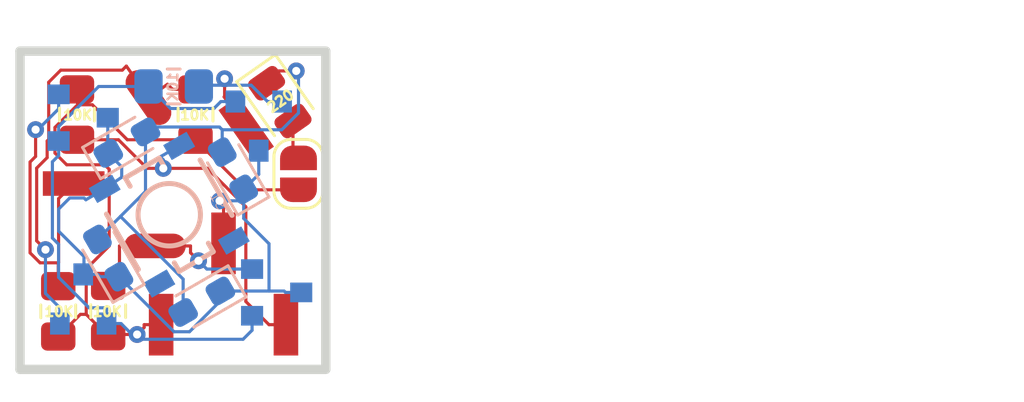
<source format=kicad_pcb>
(kicad_pcb (version 20171130) (host pcbnew "(5.1.0-45-gff73f69d3)")

  (general
    (thickness 1.6002)
    (drawings 11)
    (tracks 163)
    (zones 0)
    (modules 20)
    (nets 10)
  )

  (page A3)
  (layers
    (0 Front signal)
    (31 Back signal)
    (32 B.Adhes user)
    (33 F.Adhes user)
    (34 B.Paste user)
    (35 F.Paste user)
    (36 B.SilkS user)
    (37 F.SilkS user)
    (38 B.Mask user)
    (39 F.Mask user)
    (40 Dwgs.User user)
    (41 Cmts.User user)
    (42 Eco1.User user)
    (43 Eco2.User user)
    (44 Edge.Cuts user)
    (45 Margin user)
    (46 B.CrtYd user)
    (47 F.CrtYd user)
    (48 B.Fab user)
    (49 F.Fab user)
  )

  (setup
    (last_trace_width 0.127)
    (trace_clearance 0.127)
    (zone_clearance 0.508)
    (zone_45_only no)
    (trace_min 0)
    (via_size 0.6858)
    (via_drill 0.3302)
    (via_min_size 0.45)
    (via_min_drill 0.254)
    (uvia_size 0.6858)
    (uvia_drill 0.3302)
    (uvias_allowed no)
    (uvia_min_size 0.508)
    (uvia_min_drill 0.127)
    (edge_width 0.381)
    (segment_width 0.3048)
    (pcb_text_width 0.3048)
    (pcb_text_size 1.524 2.032)
    (mod_edge_width 0.6096)
    (mod_text_size 1.524 1.524)
    (mod_text_width 0.3048)
    (pad_size 1.15 1.4)
    (pad_drill 0)
    (pad_to_mask_clearance 0.0508)
    (solder_mask_min_width 0.25)
    (aux_axis_origin 0 0)
    (visible_elements 7FFFFF7F)
    (pcbplotparams
      (layerselection 0x010f0_ffffffff)
      (usegerberextensions false)
      (usegerberattributes true)
      (usegerberadvancedattributes false)
      (creategerberjobfile false)
      (excludeedgelayer false)
      (linewidth 0.150000)
      (plotframeref false)
      (viasonmask false)
      (mode 1)
      (useauxorigin false)
      (hpglpennumber 1)
      (hpglpenspeed 20)
      (hpglpendiameter 100.000000)
      (psnegative false)
      (psa4output false)
      (plotreference true)
      (plotvalue true)
      (plotinvisibletext false)
      (padsonsilk false)
      (subtractmaskfromsilk false)
      (outputformat 1)
      (mirror false)
      (drillshape 0)
      (scaleselection 1)
      (outputdirectory "/home/germ/Desktop/Cuts/TB/"))
  )

  (net 0 "")
  (net 1 GND)
  (net 2 VCC)
  (net 3 /M2)
  (net 4 /M1)
  (net 5 /M3)
  (net 6 /M4)
  (net 7 /M5)
  (net 8 "Net-(D23-Pad2)")
  (net 9 "Net-(JP1-Pad2)")

  (net_class Default "This is the default net class."
    (clearance 0.127)
    (trace_width 0.127)
    (via_dia 0.6858)
    (via_drill 0.3302)
    (uvia_dia 0.6858)
    (uvia_drill 0.3302)
    (diff_pair_width 0.3048)
    (diff_pair_gap 0.0889)
    (add_net /M1)
    (add_net /M2)
    (add_net /M3)
    (add_net /M4)
    (add_net /M5)
    (add_net GND)
    (add_net "Net-(D23-Pad2)")
    (add_net "Net-(JP1-Pad2)")
    (add_net VCC)
  )

  (module Package_TO_SOT_SMD:SOT-23 (layer Back) (tedit 5C0C958E) (tstamp 5C05E53F)
    (at 23.655 23.0293)
    (descr "SOT-23, Standard")
    (tags SOT-23)
    (path /5C029332)
    (attr smd)
    (fp_text reference U5 (at 0 2.5) (layer F.Fab)
      (effects (font (size 1 1) (thickness 0.15)))
    )
    (fp_text value SM351LT (at 0 -2.5) (layer B.Fab)
      (effects (font (size 1 1) (thickness 0.15)) (justify mirror))
    )
    (fp_text user %R (at 0 0 -90) (layer B.Fab)
      (effects (font (size 0.5 0.5) (thickness 0.075)) (justify mirror))
    )
    (fp_line (start -0.7 0.95) (end -0.7 -1.5) (layer B.Fab) (width 0.1))
    (fp_line (start -0.15 1.52) (end 0.7 1.52) (layer B.Fab) (width 0.1))
    (fp_line (start -0.7 0.95) (end -0.15 1.52) (layer B.Fab) (width 0.1))
    (fp_line (start 0.7 1.52) (end 0.7 -1.52) (layer B.Fab) (width 0.1))
    (fp_line (start -0.7 -1.52) (end 0.7 -1.52) (layer B.Fab) (width 0.1))
    (fp_line (start -1.7 1.75) (end 1.7 1.75) (layer B.CrtYd) (width 0.05))
    (fp_line (start 1.7 1.75) (end 1.7 -1.75) (layer B.CrtYd) (width 0.05))
    (fp_line (start 1.7 -1.75) (end -1.7 -1.75) (layer B.CrtYd) (width 0.05))
    (fp_line (start -1.7 -1.75) (end -1.7 1.75) (layer B.CrtYd) (width 0.05))
    (pad 1 smd rect (at -1 0.95) (size 0.9 0.8) (layers Back B.Paste B.Mask)
      (net 2 VCC))
    (pad 2 smd rect (at -1 -0.95) (size 0.9 0.8) (layers Back B.Paste B.Mask)
      (net 5 /M3))
    (pad 3 smd rect (at 1 0) (size 0.9 0.8) (layers Back B.Paste B.Mask)
      (net 1 GND))
    (model ${KISYS3DMOD}/Package_TO_SOT_SMD.3dshapes/SOT-23.wrl
      (at (xyz 0 0 0))
      (scale (xyz 1 1 1))
      (rotate (xyz 0 0 0))
    )
  )

  (module Package_TO_SOT_SMD:SOT-23 (layer Back) (tedit 5C0C958E) (tstamp 5C05E503)
    (at 22.926 16.2603 270)
    (descr "SOT-23, Standard")
    (tags SOT-23)
    (path /5BFFD741)
    (attr smd)
    (fp_text reference U3 (at 0 2.5 270) (layer F.Fab)
      (effects (font (size 1 1) (thickness 0.15)))
    )
    (fp_text value SM351LT (at 0 -2.5 270) (layer B.Fab)
      (effects (font (size 1 1) (thickness 0.15)) (justify mirror))
    )
    (fp_text user %R (at 0 0 180) (layer B.Fab)
      (effects (font (size 0.5 0.5) (thickness 0.075)) (justify mirror))
    )
    (fp_line (start -0.7 0.95) (end -0.7 -1.5) (layer B.Fab) (width 0.1))
    (fp_line (start -0.15 1.52) (end 0.7 1.52) (layer B.Fab) (width 0.1))
    (fp_line (start -0.7 0.95) (end -0.15 1.52) (layer B.Fab) (width 0.1))
    (fp_line (start 0.7 1.52) (end 0.7 -1.52) (layer B.Fab) (width 0.1))
    (fp_line (start -0.7 -1.52) (end 0.7 -1.52) (layer B.Fab) (width 0.1))
    (fp_line (start -1.7 1.75) (end 1.7 1.75) (layer B.CrtYd) (width 0.05))
    (fp_line (start 1.7 1.75) (end 1.7 -1.75) (layer B.CrtYd) (width 0.05))
    (fp_line (start 1.7 -1.75) (end -1.7 -1.75) (layer B.CrtYd) (width 0.05))
    (fp_line (start -1.7 -1.75) (end -1.7 1.75) (layer B.CrtYd) (width 0.05))
    (pad 1 smd rect (at -1 0.95 270) (size 0.9 0.8) (layers Back B.Paste B.Mask)
      (net 2 VCC))
    (pad 2 smd rect (at -1 -0.95 270) (size 0.9 0.8) (layers Back B.Paste B.Mask)
      (net 4 /M1))
    (pad 3 smd rect (at 1 0 270) (size 0.9 0.8) (layers Back B.Paste B.Mask)
      (net 1 GND))
    (model ${KISYS3DMOD}/Package_TO_SOT_SMD.3dshapes/SOT-23.wrl
      (at (xyz 0 0 0))
      (scale (xyz 1 1 1))
      (rotate (xyz 0 0 0))
    )
  )

  (module Trackballer-v12:TACTILE_SWITCH_SMD-2 (layer Back) (tedit 0) (tstamp 5C05E4BF)
    (at 19.283 19.8673 120)
    (path /76EF8282)
    (fp_text reference S1 (at -0.889 1.778 -60) (layer B.SilkS)
      (effects (font (size 0.38608 0.38608) (thickness 0.030886)) (justify left bottom mirror))
    )
    (fp_text value TB_Button (at 0 0 -60) (layer B.SilkS) hide
      (effects (font (size 0.38608 0.38608) (thickness 0.030886)) (justify left bottom mirror))
    )
    (fp_text user >Value (at -0.889 -2.032 120) (layer B.Fab)
      (effects (font (size 0.38608 0.38608) (thickness 0.032512)) (justify left bottom mirror))
    )
    (fp_circle (center 0 0) (end 1.270001 0) (layer B.SilkS) (width 0.2032))
    (fp_line (start -1.8 -0.8) (end -2.199999 -0.8) (layer B.SilkS) (width 0.2032))
    (fp_line (start -1.8 0.8) (end -2.199999 0.8) (layer B.SilkS) (width 0.2032))
    (fp_line (start 2.199999 -0.8) (end 1.8 -0.8) (layer B.SilkS) (width 0.2032))
    (fp_line (start 2.199999 0.8) (end 1.8 0.8) (layer B.SilkS) (width 0.2032))
    (fp_line (start -1.3 -2.2) (end 1.3 -2.2) (layer B.SilkS) (width 0.2032))
    (fp_line (start 2.199999 -0.8) (end 2.199999 0.8) (layer B.SilkS) (width 0.2032))
    (fp_line (start 1.3 2.2) (end -1.3 2.2) (layer B.SilkS) (width 0.2032))
    (fp_line (start -2.199999 0.8) (end -2.199999 -0.8) (layer B.SilkS) (width 0.2032))
    (fp_line (start -2.25 -2.25) (end -2.25 2.25) (layer B.Fab) (width 0.127))
    (fp_line (start 2.25 -2.25) (end -2.25 -2.25) (layer B.Fab) (width 0.127))
    (fp_line (start 2.25 2.25) (end 2.25 -2.25) (layer B.Fab) (width 0.127))
    (fp_line (start -2.25 2.25) (end 2.25 2.25) (layer B.Fab) (width 0.127))
    (fp_line (start 1.905 -0.23) (end 1.904999 -1.115) (layer B.Fab) (width 0.127))
    (fp_line (start 1.905 0.445) (end 2.16 -0.01) (layer B.Fab) (width 0.127))
    (fp_line (start 1.905 1.27) (end 1.905 0.445) (layer B.Fab) (width 0.127))
    (pad 4 smd rect (at -2.225 1.749999 30) (size 1.1 0.7) (layers Back B.Paste B.Mask)
      (solder_mask_margin 0.1016))
    (pad 3 smd rect (at -2.225 -1.749999 30) (size 1.1 0.7) (layers Back B.Paste B.Mask)
      (solder_mask_margin 0.1016))
    (pad 2 smd rect (at 2.225 -1.749999 30) (size 1.1 0.7) (layers Back B.Paste B.Mask)
      (net 1 GND) (solder_mask_margin 0.1016))
    (pad 1 smd rect (at 2.225 1.749999 30) (size 1.1 0.7) (layers Back B.Paste B.Mask)
      (net 7 /M5) (solder_mask_margin 0.1016))
  )

  (module Package_TO_SOT_SMD:SOT-23 (layer Back) (tedit 5C0C958E) (tstamp 5C05E47F)
    (at 15.781 15.9173)
    (descr "SOT-23, Standard")
    (tags SOT-23)
    (path /5C029500)
    (attr smd)
    (fp_text reference U6 (at 0 2.5) (layer F.Fab)
      (effects (font (size 1 1) (thickness 0.15)))
    )
    (fp_text value SM351LT (at 0 -2.5) (layer B.Fab)
      (effects (font (size 1 1) (thickness 0.15)) (justify mirror))
    )
    (fp_text user %R (at 0 0 -90) (layer B.Fab)
      (effects (font (size 0.5 0.5) (thickness 0.075)) (justify mirror))
    )
    (fp_line (start -0.7 0.95) (end -0.7 -1.5) (layer B.Fab) (width 0.1))
    (fp_line (start -0.15 1.52) (end 0.7 1.52) (layer B.Fab) (width 0.1))
    (fp_line (start -0.7 0.95) (end -0.15 1.52) (layer B.Fab) (width 0.1))
    (fp_line (start 0.7 1.52) (end 0.7 -1.52) (layer B.Fab) (width 0.1))
    (fp_line (start -0.7 -1.52) (end 0.7 -1.52) (layer B.Fab) (width 0.1))
    (fp_line (start -1.7 1.75) (end 1.7 1.75) (layer B.CrtYd) (width 0.05))
    (fp_line (start 1.7 1.75) (end 1.7 -1.75) (layer B.CrtYd) (width 0.05))
    (fp_line (start 1.7 -1.75) (end -1.7 -1.75) (layer B.CrtYd) (width 0.05))
    (fp_line (start -1.7 -1.75) (end -1.7 1.75) (layer B.CrtYd) (width 0.05))
    (pad 1 smd rect (at -1 0.95) (size 0.9 0.8) (layers Back B.Paste B.Mask)
      (net 2 VCC))
    (pad 2 smd rect (at -1 -0.95) (size 0.9 0.8) (layers Back B.Paste B.Mask)
      (net 6 /M4))
    (pad 3 smd rect (at 1 0) (size 0.9 0.8) (layers Back B.Paste B.Mask)
      (net 1 GND))
    (model ${KISYS3DMOD}/Package_TO_SOT_SMD.3dshapes/SOT-23.wrl
      (at (xyz 0 0 0))
      (scale (xyz 1 1 1))
      (rotate (xyz 0 0 0))
    )
  )

  (module Package_TO_SOT_SMD:SOT-23 (layer Back) (tedit 5C0C958E) (tstamp 5C05E443)
    (at 15.781 23.2963 90)
    (descr "SOT-23, Standard")
    (tags SOT-23)
    (path /5C0290F9)
    (attr smd)
    (fp_text reference U4 (at 0 2.5 90) (layer F.Fab)
      (effects (font (size 1 1) (thickness 0.15)))
    )
    (fp_text value SM351LT (at 0 -2.5 90) (layer B.Fab)
      (effects (font (size 1 1) (thickness 0.15)) (justify mirror))
    )
    (fp_text user %R (at 0 0) (layer B.Fab)
      (effects (font (size 0.5 0.5) (thickness 0.075)) (justify mirror))
    )
    (fp_line (start -0.7 0.95) (end -0.7 -1.5) (layer B.Fab) (width 0.1))
    (fp_line (start -0.15 1.52) (end 0.7 1.52) (layer B.Fab) (width 0.1))
    (fp_line (start -0.7 0.95) (end -0.15 1.52) (layer B.Fab) (width 0.1))
    (fp_line (start 0.7 1.52) (end 0.7 -1.52) (layer B.Fab) (width 0.1))
    (fp_line (start -0.7 -1.52) (end 0.7 -1.52) (layer B.Fab) (width 0.1))
    (fp_line (start -1.7 1.75) (end 1.7 1.75) (layer B.CrtYd) (width 0.05))
    (fp_line (start 1.7 1.75) (end 1.7 -1.75) (layer B.CrtYd) (width 0.05))
    (fp_line (start 1.7 -1.75) (end -1.7 -1.75) (layer B.CrtYd) (width 0.05))
    (fp_line (start -1.7 -1.75) (end -1.7 1.75) (layer B.CrtYd) (width 0.05))
    (pad 1 smd rect (at -1 0.95 90) (size 0.9 0.8) (layers Back B.Paste B.Mask)
      (net 2 VCC))
    (pad 2 smd rect (at -1 -0.95 90) (size 0.9 0.8) (layers Back B.Paste B.Mask)
      (net 3 /M2))
    (pad 3 smd rect (at 1 0 90) (size 0.9 0.8) (layers Back B.Paste B.Mask)
      (net 1 GND))
    (model ${KISYS3DMOD}/Package_TO_SOT_SMD.3dshapes/SOT-23.wrl
      (at (xyz 0 0 0))
      (scale (xyz 1 1 1))
      (rotate (xyz 0 0 0))
    )
  )

  (module Resistor_SMD:R_0805_2012Metric_Pad1.15x1.40mm_HandSolder (layer Front) (tedit 5C0C993E) (tstamp 5C05E40F)
    (at 16.797 23.7913 90)
    (descr "Resistor SMD 0805 (2012 Metric), square (rectangular) end terminal, IPC_7351 nominal with elongated pad for handsoldering. (Body size source: https://docs.google.com/spreadsheets/d/1BsfQQcO9C6DZCsRaXUlFlo91Tg2WpOkGARC1WS5S8t0/edit?usp=sharing), generated with kicad-footprint-generator")
    (tags "resistor handsolder")
    (path /19B1DFB6)
    (attr smd)
    (fp_text reference R6 (at 0.0508 1.5498 90) (layer F.Fab)
      (effects (font (size 1 1) (thickness 0.15)))
    )
    (fp_text value 10K (at 0 1.65 90) (layer F.Fab)
      (effects (font (size 1 1) (thickness 0.15)))
    )
    (fp_text user %R (at 0 0 90) (layer F.Fab)
      (effects (font (size 0.5 0.5) (thickness 0.08)))
    )
    (fp_line (start 1.85 0.95) (end -1.85 0.95) (layer F.CrtYd) (width 0.05))
    (fp_line (start 1.85 -0.95) (end 1.85 0.95) (layer F.CrtYd) (width 0.05))
    (fp_line (start -1.85 -0.95) (end 1.85 -0.95) (layer F.CrtYd) (width 0.05))
    (fp_line (start -1.85 0.95) (end -1.85 -0.95) (layer F.CrtYd) (width 0.05))
    (fp_line (start -0.261252 0.71) (end 0.261252 0.71) (layer F.SilkS) (width 0.12))
    (fp_line (start -0.261252 -0.71) (end 0.261252 -0.71) (layer F.SilkS) (width 0.12))
    (fp_line (start 1 0.6) (end -1 0.6) (layer F.Fab) (width 0.1))
    (fp_line (start 1 -0.6) (end 1 0.6) (layer F.Fab) (width 0.1))
    (fp_line (start -1 -0.6) (end 1 -0.6) (layer F.Fab) (width 0.1))
    (fp_line (start -1 0.6) (end -1 -0.6) (layer F.Fab) (width 0.1))
    (pad 2 smd roundrect (at 1.025 0 90) (size 1.15 1.4) (layers Front F.Paste F.Mask) (roundrect_rratio 0.217391)
      (net 5 /M3))
    (pad 1 smd roundrect (at -1.025 0 90) (size 1.15 1.4) (layers Front F.Paste F.Mask) (roundrect_rratio 0.217391)
      (net 2 VCC))
    (model ${KISYS3DMOD}/Resistor_SMD.3dshapes/R_0805_2012Metric.wrl
      (at (xyz 0 0 0))
      (scale (xyz 1 1 1))
      (rotate (xyz 0 0 0))
    )
  )

  (module Resistor_SMD:R_0805_2012Metric_Pad1.15x1.40mm_HandSolder (layer Front) (tedit 5C0C9943) (tstamp 5C18AEAB)
    (at 14.765 23.8003 90)
    (descr "Resistor SMD 0805 (2012 Metric), square (rectangular) end terminal, IPC_7351 nominal with elongated pad for handsoldering. (Body size source: https://docs.google.com/spreadsheets/d/1BsfQQcO9C6DZCsRaXUlFlo91Tg2WpOkGARC1WS5S8t0/edit?usp=sharing), generated with kicad-footprint-generator")
    (tags "resistor handsolder")
    (path /A5A3E2D7)
    (attr smd)
    (fp_text reference R7 (at -2.5906 0.1524 270) (layer F.Fab)
      (effects (font (size 1 1) (thickness 0.15)))
    )
    (fp_text value 10K (at 0 1.65 90) (layer F.Fab)
      (effects (font (size 1 1) (thickness 0.15)))
    )
    (fp_text user %R (at 0 0 90) (layer F.Fab)
      (effects (font (size 0.5 0.5) (thickness 0.08)))
    )
    (fp_line (start 1.85 0.95) (end -1.85 0.95) (layer F.CrtYd) (width 0.05))
    (fp_line (start 1.85 -0.95) (end 1.85 0.95) (layer F.CrtYd) (width 0.05))
    (fp_line (start -1.85 -0.95) (end 1.85 -0.95) (layer F.CrtYd) (width 0.05))
    (fp_line (start -1.85 0.95) (end -1.85 -0.95) (layer F.CrtYd) (width 0.05))
    (fp_line (start -0.261252 0.71) (end 0.261252 0.71) (layer F.SilkS) (width 0.12))
    (fp_line (start -0.261252 -0.71) (end 0.261252 -0.71) (layer F.SilkS) (width 0.12))
    (fp_line (start 1 0.6) (end -1 0.6) (layer F.Fab) (width 0.1))
    (fp_line (start 1 -0.6) (end 1 0.6) (layer F.Fab) (width 0.1))
    (fp_line (start -1 -0.6) (end 1 -0.6) (layer F.Fab) (width 0.1))
    (fp_line (start -1 0.6) (end -1 -0.6) (layer F.Fab) (width 0.1))
    (pad 2 smd roundrect (at 1.025 0 90) (size 1.15 1.4) (layers Front F.Paste F.Mask) (roundrect_rratio 0.217391)
      (net 6 /M4))
    (pad 1 smd roundrect (at -1.025 0 90) (size 1.15 1.4) (layers Front F.Paste F.Mask) (roundrect_rratio 0.217391)
      (net 2 VCC))
    (model ${KISYS3DMOD}/Resistor_SMD.3dshapes/R_0805_2012Metric.wrl
      (at (xyz 0 0 0))
      (scale (xyz 1 1 1))
      (rotate (xyz 0 0 0))
    )
  )

  (module Connector_PinHeader_2.54mm:PinHeader_1x03_P2.54mm_Vertical_SMD_Pin1Left locked (layer Front) (tedit 5C0C996E) (tstamp 5C05E39D)
    (at 21.493 22.6873 90)
    (descr "surface-mounted straight pin header, 1x03, 2.54mm pitch, single row, style 1 (pin 1 left)")
    (tags "Surface mounted pin header SMD 1x03 2.54mm single row style1 pin1 left")
    (path /5C3EDA03)
    (attr smd)
    (fp_text reference J7 (at 0 -4.87 90) (layer F.Fab)
      (effects (font (size 1 1) (thickness 0.15)))
    )
    (fp_text value M5 (at 0 4.87 90) (layer F.Fab)
      (effects (font (size 1 1) (thickness 0.15)))
    )
    (fp_line (start 1.27 3.81) (end -1.27 3.81) (layer F.Fab) (width 0.1))
    (fp_line (start -0.32 -3.81) (end 1.27 -3.81) (layer F.Fab) (width 0.1))
    (fp_line (start -1.27 3.81) (end -1.27 -2.86) (layer F.Fab) (width 0.1))
    (fp_line (start -1.27 -2.86) (end -0.32 -3.81) (layer F.Fab) (width 0.1))
    (fp_line (start 1.27 -3.81) (end 1.27 3.81) (layer F.Fab) (width 0.1))
    (fp_line (start -1.27 -2.86) (end -2.54 -2.86) (layer F.Fab) (width 0.1))
    (fp_line (start -2.54 -2.86) (end -2.54 -2.22) (layer F.Fab) (width 0.1))
    (fp_line (start -2.54 -2.22) (end -1.27 -2.22) (layer F.Fab) (width 0.1))
    (fp_line (start -1.27 2.22) (end -2.54 2.22) (layer F.Fab) (width 0.1))
    (fp_line (start -2.54 2.22) (end -2.54 2.86) (layer F.Fab) (width 0.1))
    (fp_line (start -2.54 2.86) (end -1.27 2.86) (layer F.Fab) (width 0.1))
    (fp_line (start 1.27 -0.32) (end 2.54 -0.32) (layer F.Fab) (width 0.1))
    (fp_line (start 2.54 -0.32) (end 2.54 0.32) (layer F.Fab) (width 0.1))
    (fp_line (start 2.54 0.32) (end 1.27 0.32) (layer F.Fab) (width 0.1))
    (fp_line (start -3.45 -4.35) (end -3.45 4.35) (layer F.CrtYd) (width 0.05))
    (fp_line (start -3.45 4.35) (end 3.45 4.35) (layer F.CrtYd) (width 0.05))
    (fp_line (start 3.45 4.35) (end 3.45 -4.35) (layer F.CrtYd) (width 0.05))
    (fp_line (start 3.45 -4.35) (end -3.45 -4.35) (layer F.CrtYd) (width 0.05))
    (fp_text user %R (at 0 0 180) (layer F.Fab)
      (effects (font (size 1 1) (thickness 0.15)))
    )
    (pad 1 smd rect (at -1.655 -2.54 90) (size 2.51 1) (layers Front F.Paste F.Mask)
      (net 2 VCC))
    (pad 3 smd rect (at -1.655 2.54 90) (size 2.51 1) (layers Front F.Paste F.Mask)
      (net 7 /M5))
    (pad 2 smd rect (at 1.655 0 90) (size 2.51 1) (layers Front F.Paste F.Mask)
      (net 1 GND))
    (model ${KISYS3DMOD}/Connector_PinHeader_2.54mm.3dshapes/PinHeader_1x03_P2.54mm_Vertical_SMD_Pin1Left.wrl
      (at (xyz 0 0 0))
      (scale (xyz 1 1 1))
      (rotate (xyz 0 0 0))
    )
  )

  (module Resistor_SMD:R_0805_2012Metric_Pad1.15x1.40mm_HandSolder (layer Front) (tedit 5C0C9D87) (tstamp 5C05E364)
    (at 20.353 15.7903 90)
    (descr "Resistor SMD 0805 (2012 Metric), square (rectangular) end terminal, IPC_7351 nominal with elongated pad for handsoldering. (Body size source: https://docs.google.com/spreadsheets/d/1BsfQQcO9C6DZCsRaXUlFlo91Tg2WpOkGARC1WS5S8t0/edit?usp=sharing), generated with kicad-footprint-generator")
    (tags "resistor handsolder")
    (path /2899DE41)
    (attr smd)
    (fp_text reference R4 (at 2.616 0.229 90) (layer F.Fab)
      (effects (font (size 1 1) (thickness 0.15)))
    )
    (fp_text value 10K (at 0 1.65 90) (layer F.Fab)
      (effects (font (size 1 1) (thickness 0.15)))
    )
    (fp_text user %R (at 0 0 90) (layer F.Fab)
      (effects (font (size 0.5 0.5) (thickness 0.08)))
    )
    (fp_line (start 1.85 0.95) (end -1.85 0.95) (layer F.CrtYd) (width 0.05))
    (fp_line (start 1.85 -0.95) (end 1.85 0.95) (layer F.CrtYd) (width 0.05))
    (fp_line (start -1.85 -0.95) (end 1.85 -0.95) (layer F.CrtYd) (width 0.05))
    (fp_line (start -1.85 0.95) (end -1.85 -0.95) (layer F.CrtYd) (width 0.05))
    (fp_line (start -0.261252 0.71) (end 0.261252 0.71) (layer F.SilkS) (width 0.12))
    (fp_line (start -0.261252 -0.71) (end 0.261252 -0.71) (layer F.SilkS) (width 0.12))
    (fp_line (start 1 0.6) (end -1 0.6) (layer F.Fab) (width 0.1))
    (fp_line (start 1 -0.6) (end 1 0.6) (layer F.Fab) (width 0.1))
    (fp_line (start -1 -0.6) (end 1 -0.6) (layer F.Fab) (width 0.1))
    (fp_line (start -1 0.6) (end -1 -0.6) (layer F.Fab) (width 0.1))
    (pad 2 smd roundrect (at 1.025 0 90) (size 1.15 1.4) (layers Front F.Paste F.Mask) (roundrect_rratio 0.217391)
      (net 3 /M2))
    (pad 1 smd roundrect (at -1.025 0 90) (size 1.15 1.4) (layers Front F.Paste F.Mask) (roundrect_rratio 0.217391)
      (net 2 VCC))
    (model ${KISYS3DMOD}/Resistor_SMD.3dshapes/R_0805_2012Metric.wrl
      (at (xyz 0 0 0))
      (scale (xyz 1 1 1))
      (rotate (xyz 0 0 0))
    )
  )

  (module Connector_PinHeader_2.54mm:PinHeader_1x02_P2.54mm_Vertical_SMD_Pin1Left locked (layer Front) (tedit 5C0B6125) (tstamp 5C05E32A)
    (at 17.048 19.8673)
    (descr "surface-mounted straight pin header, 1x02, 2.54mm pitch, single row, style 1 (pin 1 left)")
    (tags "Surface mounted pin header SMD 1x02 2.54mm single row style1 pin1 left")
    (path /5C3EDD24)
    (attr smd)
    (fp_text reference J9 (at 0 -3.6) (layer F.Fab)
      (effects (font (size 1 1) (thickness 0.15)))
    )
    (fp_text value M6 (at 0 3.6) (layer F.Fab)
      (effects (font (size 1 1) (thickness 0.15)))
    )
    (fp_line (start 1.27 2.54) (end -1.27 2.54) (layer F.Fab) (width 0.1))
    (fp_line (start -0.32 -2.54) (end 1.27 -2.54) (layer F.Fab) (width 0.1))
    (fp_line (start -1.27 2.54) (end -1.27 -1.59) (layer F.Fab) (width 0.1))
    (fp_line (start -1.27 -1.59) (end -0.32 -2.54) (layer F.Fab) (width 0.1))
    (fp_line (start 1.27 -2.54) (end 1.27 2.54) (layer F.Fab) (width 0.1))
    (fp_line (start -1.27 -1.59) (end -2.54 -1.59) (layer F.Fab) (width 0.1))
    (fp_line (start -2.54 -1.59) (end -2.54 -0.95) (layer F.Fab) (width 0.1))
    (fp_line (start -2.54 -0.95) (end -1.27 -0.95) (layer F.Fab) (width 0.1))
    (fp_line (start 1.27 0.95) (end 2.54 0.95) (layer F.Fab) (width 0.1))
    (fp_line (start 2.54 0.95) (end 2.54 1.59) (layer F.Fab) (width 0.1))
    (fp_line (start 2.54 1.59) (end 1.27 1.59) (layer F.Fab) (width 0.1))
    (fp_line (start -3.45 -3.05) (end -3.45 3.05) (layer F.CrtYd) (width 0.05))
    (fp_line (start -3.45 3.05) (end 3.45 3.05) (layer F.CrtYd) (width 0.05))
    (fp_line (start 3.45 3.05) (end 3.45 -3.05) (layer F.CrtYd) (width 0.05))
    (fp_line (start 3.45 -3.05) (end -3.45 -3.05) (layer F.CrtYd) (width 0.05))
    (fp_text user %R (at 0 0 90) (layer F.Fab)
      (effects (font (size 1 1) (thickness 0.15)))
    )
    (pad 1 smd rect (at -1.655 -1.27) (size 2.51 1) (layers Front F.Paste F.Mask)
      (net 6 /M4))
    (pad 2 smd roundrect (at 1.655 1.27) (size 2.51 1) (layers Front F.Paste F.Mask) (roundrect_rratio 0.5)
      (net 5 /M3))
    (model ${KISYS3DMOD}/Connector_PinHeader_2.54mm.3dshapes/PinHeader_1x02_P2.54mm_Vertical_SMD_Pin1Left.wrl
      (at (xyz 0 0 0))
      (scale (xyz 1 1 1))
      (rotate (xyz 0 0 0))
    )
  )

  (module Resistor_SMD:R_0805_2012Metric_Pad1.15x1.40mm_HandSolder (layer Back) (tedit 5C0C95BD) (tstamp 5C05E2F5)
    (at 19.464 14.6473)
    (descr "Resistor SMD 0805 (2012 Metric), square (rectangular) end terminal, IPC_7351 nominal with elongated pad for handsoldering. (Body size source: https://docs.google.com/spreadsheets/d/1BsfQQcO9C6DZCsRaXUlFlo91Tg2WpOkGARC1WS5S8t0/edit?usp=sharing), generated with kicad-footprint-generator")
    (tags "resistor handsolder")
    (path /71EC6747)
    (attr smd)
    (fp_text reference R3 (at -0.0258 1.2696 180) (layer F.Fab)
      (effects (font (size 1 1) (thickness 0.15)))
    )
    (fp_text value 10K (at 0 -1.65) (layer B.Fab)
      (effects (font (size 1 1) (thickness 0.15)) (justify mirror))
    )
    (fp_text user %R (at 0 0) (layer B.Fab)
      (effects (font (size 0.5 0.5) (thickness 0.08)) (justify mirror))
    )
    (fp_line (start 1.85 -0.95) (end -1.85 -0.95) (layer B.CrtYd) (width 0.05))
    (fp_line (start 1.85 0.95) (end 1.85 -0.95) (layer B.CrtYd) (width 0.05))
    (fp_line (start -1.85 0.95) (end 1.85 0.95) (layer B.CrtYd) (width 0.05))
    (fp_line (start -1.85 -0.95) (end -1.85 0.95) (layer B.CrtYd) (width 0.05))
    (fp_line (start -0.261252 -0.71) (end 0.261252 -0.71) (layer B.SilkS) (width 0.12))
    (fp_line (start -0.261252 0.71) (end 0.261252 0.71) (layer B.SilkS) (width 0.12))
    (fp_line (start 1 -0.6) (end -1 -0.6) (layer B.Fab) (width 0.1))
    (fp_line (start 1 0.6) (end 1 -0.6) (layer B.Fab) (width 0.1))
    (fp_line (start -1 0.6) (end 1 0.6) (layer B.Fab) (width 0.1))
    (fp_line (start -1 -0.6) (end -1 0.6) (layer B.Fab) (width 0.1))
    (pad 2 smd roundrect (at 1.025 0) (size 1.15 1.4) (layers Back B.Paste B.Mask) (roundrect_rratio 0.217391)
      (net 4 /M1))
    (pad 1 smd roundrect (at -1.025 0) (size 1.15 1.4) (layers Back B.Paste B.Mask) (roundrect_rratio 0.217391)
      (net 2 VCC))
    (model ${KISYS3DMOD}/Resistor_SMD.3dshapes/R_0805_2012Metric.wrl
      (at (xyz 0 0 0))
      (scale (xyz 1 1 1))
      (rotate (xyz 0 0 0))
    )
  )

  (module Trackballer-v12:TRACKBALL (layer Back) (tedit 0) (tstamp 5C05E251)
    (at 19.473 19.8933 180)
    (path /1FB5D5CC)
    (fp_text reference TB1 (at 0 0 180) (layer B.SilkS) hide
      (effects (font (size 1.27 1.27) (thickness 0.15)) (justify mirror))
    )
    (fp_text value TRACKBALLMECH (at 0 0 180) (layer B.SilkS) hide
      (effects (font (size 1.27 1.27) (thickness 0.15)) (justify mirror))
    )
    (fp_poly (pts (xy 2.5 2) (xy 4.5 2) (xy 4.5 4.5) (xy 2.5 4.5)) (layer Dwgs.User) (width 0))
    (fp_poly (pts (xy -4.5 2.5) (xy -2 2.5) (xy -2 4.5) (xy -4.5 4.5)) (layer Dwgs.User) (width 0))
    (fp_poly (pts (xy -4.5 -4.5) (xy -2.5 -4.5) (xy -2.5 -2) (xy -4.5 -2)) (layer Dwgs.User) (width 0))
    (fp_poly (pts (xy 2 -4.5) (xy 4.5 -4.5) (xy 4.5 -2.5) (xy 2 -2.5)) (layer Dwgs.User) (width 0))
    (fp_poly (pts (xy -1.5 -4.4) (xy 1.5 -4.4) (xy 1.5 -3) (xy -1.5 -3)) (layer Dwgs.User) (width 0))
    (fp_poly (pts (xy 3.3 -1.5) (xy 4.7 -1.5) (xy 4.7 1.5) (xy 3.3 1.5)) (layer Dwgs.User) (width 0))
    (fp_poly (pts (xy -1.5 3) (xy 1.5 3) (xy 1.5 4.4) (xy -1.5 4.4)) (layer Dwgs.User) (width 0))
    (fp_poly (pts (xy -4.7 -1.5) (xy -3.3 -1.5) (xy -3.3 1.5) (xy -4.7 1.5)) (layer Dwgs.User) (width 0))
    (fp_circle (center 0 0) (end 1.5 0) (layer B.Fab) (width 0.127))
    (fp_line (start -1.5 -4.4) (end -1.5 -3) (layer Dwgs.User) (width 0.127))
    (fp_line (start 1.5 -4.4) (end -1.5 -4.4) (layer Dwgs.User) (width 0.127))
    (fp_line (start 1.5 -3) (end 1.5 -4.4) (layer Dwgs.User) (width 0.127))
    (fp_line (start -1.5 -3) (end 1.5 -3) (layer Dwgs.User) (width 0.127))
    (fp_line (start -1.5 3) (end -1.5 4.4) (layer Dwgs.User) (width 0.127))
    (fp_line (start 1.5 3) (end -1.5 3) (layer Dwgs.User) (width 0.127))
    (fp_line (start 1.5 4.4) (end 1.5 3) (layer Dwgs.User) (width 0.127))
    (fp_line (start -1.5 4.4) (end 1.5 4.4) (layer Dwgs.User) (width 0.127))
    (fp_line (start -3.3 -1.5) (end -4.7 -1.5) (layer Dwgs.User) (width 0.127))
    (fp_line (start -3.3 1.5) (end -3.3 -1.5) (layer Dwgs.User) (width 0.127))
    (fp_line (start -4.7 1.5) (end -3.3 1.5) (layer Dwgs.User) (width 0.127))
    (fp_line (start -4.7 -1.5) (end -4.7 1.5) (layer Dwgs.User) (width 0.127))
    (fp_line (start 3.3 1.5) (end 4.7 1.5) (layer Dwgs.User) (width 0.127))
    (fp_line (start 3.3 -1.5) (end 3.3 1.5) (layer Dwgs.User) (width 0.127))
    (fp_line (start 4.7 -1.5) (end 3.3 -1.5) (layer Dwgs.User) (width 0.127))
    (fp_line (start 4.7 1.5) (end 4.7 -1.5) (layer Dwgs.User) (width 0.127))
    (fp_line (start 3 2) (end 3 1.5) (layer B.Fab) (width 0.127))
    (fp_line (start 4 2) (end 4 1.5) (layer B.Fab) (width 0.127))
    (fp_line (start 2 -4) (end 1.5 -4) (layer B.Fab) (width 0.127))
    (fp_line (start 2 -3) (end 1.5 -3) (layer B.Fab) (width 0.127))
    (fp_line (start -2 4) (end -1.5 4) (layer B.Fab) (width 0.127))
    (fp_line (start -1.5 3) (end -2 3) (layer B.Fab) (width 0.127))
    (fp_line (start -3 -1.5) (end -3 -2) (layer B.Fab) (width 0.127))
    (fp_line (start -4 -1.5) (end -4 -2) (layer B.Fab) (width 0.127))
    (fp_line (start 4.5 -4.5) (end 2 -4.5) (layer Dwgs.User) (width 0.127))
    (fp_line (start 4.5 -2.5) (end 4.5 -4.5) (layer Dwgs.User) (width 0.127))
    (fp_line (start 2 -2.5) (end 4.5 -2.5) (layer Dwgs.User) (width 0.127))
    (fp_line (start 2 -4.5) (end 2 -2.5) (layer Dwgs.User) (width 0.127))
    (fp_line (start 4.5 4.5) (end 4.5 2) (layer Dwgs.User) (width 0.127))
    (fp_line (start 2.5 4.5) (end 4.5 4.5) (layer Dwgs.User) (width 0.127))
    (fp_line (start 2.5 2) (end 2.5 4.5) (layer Dwgs.User) (width 0.127))
    (fp_line (start 4.5 2) (end 2.5 2) (layer Dwgs.User) (width 0.127))
    (fp_line (start 1.5 1.5) (end 1.5 4.5) (layer B.Fab) (width 0.127))
    (fp_line (start 3 1.5) (end 1.5 1.5) (layer B.Fab) (width 0.127))
    (fp_line (start 4 1.5) (end 3 1.5) (layer B.Fab) (width 0.127))
    (fp_line (start 5.5 1.5) (end 4 1.5) (layer B.Fab) (width 0.127))
    (fp_line (start -1.5 1.5) (end -5.5 1.5) (layer B.Fab) (width 0.127))
    (fp_line (start -1.5 4) (end -1.5 4.5) (layer B.Fab) (width 0.127))
    (fp_line (start -1.5 3) (end -1.5 4) (layer B.Fab) (width 0.127))
    (fp_line (start -1.5 1.5) (end -1.5 3) (layer B.Fab) (width 0.127))
    (fp_line (start -4.5 4.5) (end -2 4.5) (layer Dwgs.User) (width 0.127))
    (fp_line (start -4.5 2.5) (end -4.5 4.5) (layer Dwgs.User) (width 0.127))
    (fp_line (start -2 2.5) (end -4.5 2.5) (layer Dwgs.User) (width 0.127))
    (fp_line (start -2 4.5) (end -2 2.5) (layer Dwgs.User) (width 0.127))
    (fp_line (start 1.5 -4) (end 1.5 -4.5) (layer B.Fab) (width 0.127))
    (fp_line (start 1.5 -3) (end 1.5 -4) (layer B.Fab) (width 0.127))
    (fp_line (start 1.5 -1.5) (end 1.5 -3) (layer B.Fab) (width 0.127))
    (fp_line (start 5.5 -1.5) (end 1.5 -1.5) (layer B.Fab) (width 0.127))
    (fp_line (start 5.5 1.5) (end 5.5 -1.5) (layer B.Fab) (width 0.127))
    (fp_line (start -3 -1.5) (end -1.5 -1.5) (layer B.Fab) (width 0.127))
    (fp_line (start -4 -1.5) (end -3 -1.5) (layer B.Fab) (width 0.127))
    (fp_line (start -5.5 -1.5) (end -4 -1.5) (layer B.Fab) (width 0.127))
    (fp_line (start -5.5 1.5) (end -5.5 -1.5) (layer B.Fab) (width 0.127))
    (fp_line (start -4.5 -4.5) (end -4.5 -2) (layer Dwgs.User) (width 0.127))
    (fp_line (start -2.5 -4.5) (end -4.5 -4.5) (layer Dwgs.User) (width 0.127))
    (fp_line (start -2.5 -2) (end -2.5 -4.5) (layer Dwgs.User) (width 0.127))
    (fp_line (start -4.5 -2) (end -2.5 -2) (layer Dwgs.User) (width 0.127))
    (fp_line (start -1.5 -1.5) (end -1.5 -4.5) (layer B.Fab) (width 0.127))
    (fp_line (start 1.5 -4.5) (end -1.5 -4.5) (layer B.Fab) (width 0.127))
    (fp_line (start -1.5 4.5) (end 1.5 4.5) (layer B.Fab) (width 0.127))
    (pad "" np_thru_hole circle (at 4 0 180) (size 0.9 0.9) (drill 0.9) (layers *.Cu))
    (pad "" np_thru_hole circle (at -4 0 180) (size 0.9 0.9) (drill 0.9) (layers *.Cu))
  )

  (module Resistor_SMD:R_0805_2012Metric_Pad1.15x1.40mm_HandSolder (layer Front) (tedit 5C0C9939) (tstamp 5C05E1E7)
    (at 15.527 15.7903 270)
    (descr "Resistor SMD 0805 (2012 Metric), square (rectangular) end terminal, IPC_7351 nominal with elongated pad for handsoldering. (Body size source: https://docs.google.com/spreadsheets/d/1BsfQQcO9C6DZCsRaXUlFlo91Tg2WpOkGARC1WS5S8t0/edit?usp=sharing), generated with kicad-footprint-generator")
    (tags "resistor handsolder")
    (path /D412ED74)
    (attr smd)
    (fp_text reference R5 (at -0.051 -1.3972 270) (layer F.Fab)
      (effects (font (size 1 1) (thickness 0.15)))
    )
    (fp_text value 10K (at 0 1.65 270) (layer F.Fab)
      (effects (font (size 1 1) (thickness 0.15)))
    )
    (fp_text user %R (at 0 0 270) (layer F.Fab)
      (effects (font (size 0.5 0.5) (thickness 0.08)))
    )
    (fp_line (start 1.85 0.95) (end -1.85 0.95) (layer F.CrtYd) (width 0.05))
    (fp_line (start 1.85 -0.95) (end 1.85 0.95) (layer F.CrtYd) (width 0.05))
    (fp_line (start -1.85 -0.95) (end 1.85 -0.95) (layer F.CrtYd) (width 0.05))
    (fp_line (start -1.85 0.95) (end -1.85 -0.95) (layer F.CrtYd) (width 0.05))
    (fp_line (start -0.261252 0.71) (end 0.261252 0.71) (layer F.SilkS) (width 0.12))
    (fp_line (start -0.261252 -0.71) (end 0.261252 -0.71) (layer F.SilkS) (width 0.12))
    (fp_line (start 1 0.6) (end -1 0.6) (layer F.Fab) (width 0.1))
    (fp_line (start 1 -0.6) (end 1 0.6) (layer F.Fab) (width 0.1))
    (fp_line (start -1 -0.6) (end 1 -0.6) (layer F.Fab) (width 0.1))
    (fp_line (start -1 0.6) (end -1 -0.6) (layer F.Fab) (width 0.1))
    (pad 2 smd roundrect (at 1.025 0 270) (size 1.15 1.4) (layers Front F.Paste F.Mask) (roundrect_rratio 0.217391)
      (net 7 /M5))
    (pad 1 smd roundrect (at -1.025 0 270) (size 1.15 1.4) (layers Front F.Paste F.Mask) (roundrect_rratio 0.217391)
      (net 2 VCC))
    (model ${KISYS3DMOD}/Resistor_SMD.3dshapes/R_0805_2012Metric.wrl
      (at (xyz 0 0 0))
      (scale (xyz 1 1 1))
      (rotate (xyz 0 0 0))
    )
  )

  (module Connector_PinHeader_2.54mm:PinHeader_1x02_P2.54mm_Vertical_SMD_Pin1Right locked (layer Front) (tedit 5C0B60C7) (tstamp 5C05C68C)
    (at 20.426 15.7273 125)
    (descr "surface-mounted straight pin header, 1x02, 2.54mm pitch, single row, style 2 (pin 1 right)")
    (tags "Surface mounted pin header SMD 1x02 2.54mm single row style2 pin1 right")
    (path /5C3EDFD3)
    (attr smd)
    (fp_text reference J5 (at 0 -3.6 125) (layer F.Fab)
      (effects (font (size 1 1) (thickness 0.15)))
    )
    (fp_text value M4 (at 0 3.6 125) (layer F.Fab)
      (effects (font (size 1 1) (thickness 0.15)))
    )
    (fp_text user %R (at 0 0 215) (layer F.Fab)
      (effects (font (size 1 1) (thickness 0.15)))
    )
    (fp_line (start 3.449999 -3.05) (end -3.45 -3.05) (layer F.CrtYd) (width 0.05))
    (fp_line (start 3.45 3.05) (end 3.449999 -3.05) (layer F.CrtYd) (width 0.05))
    (fp_line (start -3.449999 3.05) (end 3.45 3.05) (layer F.CrtYd) (width 0.05))
    (fp_line (start -3.45 -3.05) (end -3.449999 3.05) (layer F.CrtYd) (width 0.05))
    (fp_line (start 2.540001 -0.95) (end 1.27 -0.950001) (layer F.Fab) (width 0.1))
    (fp_line (start 2.54 -1.59) (end 2.540001 -0.95) (layer F.Fab) (width 0.1))
    (fp_line (start 1.27 -1.59) (end 2.54 -1.59) (layer F.Fab) (width 0.1))
    (fp_line (start -2.54 1.59) (end -1.27 1.59) (layer F.Fab) (width 0.1))
    (fp_line (start -2.540001 0.95) (end -2.54 1.59) (layer F.Fab) (width 0.1))
    (fp_line (start -1.27 0.950001) (end -2.540001 0.95) (layer F.Fab) (width 0.1))
    (fp_line (start -1.27 -2.54) (end -1.27 2.54) (layer F.Fab) (width 0.1))
    (fp_line (start 1.27 -1.59) (end 0.320001 -2.54) (layer F.Fab) (width 0.1))
    (fp_line (start 1.27 2.54) (end 1.27 -1.59) (layer F.Fab) (width 0.1))
    (fp_line (start -1.27 -2.54) (end 0.320001 -2.54) (layer F.Fab) (width 0.1))
    (fp_line (start 1.27 2.54) (end -1.27 2.54) (layer F.Fab) (width 0.1))
    (pad 1 smd roundrect (at 1.655 -1.27 125) (size 2.51 1) (layers Front F.Paste F.Mask) (roundrect_rratio 0.5)
      (net 3 /M2))
    (pad 2 smd rect (at -1.655 1.27 125) (size 2.51 1) (layers Front F.Paste F.Mask)
      (net 4 /M1))
    (model ${KISYS3DMOD}/Connector_PinHeader_2.54mm.3dshapes/PinHeader_1x02_P2.54mm_Vertical_SMD_Pin1Right.wrl
      (at (xyz 0 0 0))
      (scale (xyz 1 1 1))
      (rotate (xyz 0 0 0))
    )
  )

  (module Diode_SMD:D_0805_2012Metric (layer Front) (tedit 5C0C9D81) (tstamp 5C1785A5)
    (at 23.782 15.2823 305)
    (descr "Diode SMD 0805 (2012 Metric), square (rectangular) end terminal, IPC_7351 nominal, (Body size source: https://docs.google.com/spreadsheets/d/1BsfQQcO9C6DZCsRaXUlFlo91Tg2WpOkGARC1WS5S8t0/edit?usp=sharing), generated with kicad-footprint-generator")
    (tags diode)
    (path /5C0E3E9E)
    (attr smd)
    (fp_text reference R12 (at 0 -1.65 305) (layer F.Fab)
      (effects (font (size 1 1) (thickness 0.15)))
    )
    (fp_text value 220 (at 0 1.65 305) (layer F.Fab)
      (effects (font (size 1 1) (thickness 0.15)))
    )
    (fp_text user %R (at 0 0 305) (layer F.Fab)
      (effects (font (size 0.5 0.5) (thickness 0.08)))
    )
    (fp_line (start 1.68 0.95) (end -1.68 0.95) (layer F.CrtYd) (width 0.05))
    (fp_line (start 1.68 -0.95) (end 1.68 0.95) (layer F.CrtYd) (width 0.05))
    (fp_line (start -1.68 -0.95) (end 1.68 -0.95) (layer F.CrtYd) (width 0.05))
    (fp_line (start -1.68 0.95) (end -1.68 -0.95) (layer F.CrtYd) (width 0.05))
    (fp_line (start -1.685 0.96) (end 1 0.96) (layer F.SilkS) (width 0.12))
    (fp_line (start -1.685 -0.96) (end -1.685 0.96) (layer F.SilkS) (width 0.12))
    (fp_line (start 1 -0.96) (end -1.685 -0.96) (layer F.SilkS) (width 0.12))
    (fp_line (start 1 0.6) (end 1 -0.6) (layer F.Fab) (width 0.1))
    (fp_line (start -1 0.6) (end 1 0.6) (layer F.Fab) (width 0.1))
    (fp_line (start -1 -0.3) (end -1 0.6) (layer F.Fab) (width 0.1))
    (fp_line (start -0.7 -0.6) (end -1 -0.3) (layer F.Fab) (width 0.1))
    (fp_line (start 1 -0.6) (end -0.7 -0.6) (layer F.Fab) (width 0.1))
    (pad 2 smd roundrect (at 0.9375 0 305) (size 0.975 1.4) (layers Front F.Paste F.Mask) (roundrect_rratio 0.25)
      (net 9 "Net-(JP1-Pad2)"))
    (pad 1 smd roundrect (at -0.9375 0 305) (size 0.975 1.4) (layers Front F.Paste F.Mask) (roundrect_rratio 0.25)
      (net 8 "Net-(D23-Pad2)"))
    (model ${KISYS3DMOD}/Diode_SMD.3dshapes/D_0805_2012Metric.wrl
      (at (xyz 0 0 0))
      (scale (xyz 1 1 1))
      (rotate (xyz 0 0 0))
    )
  )

  (module Jumper:SolderJumper-2_P1.3mm_Open_RoundedPad1.0x1.5mm (layer Front) (tedit 5C0C9D90) (tstamp 5C18B829)
    (at 24.544 18.2033 90)
    (descr "SMD Solder Jumper, 1x1.5mm, rounded Pads, 0.3mm gap, open")
    (tags "solder jumper open")
    (path /5C0ED86A)
    (attr virtual)
    (fp_text reference JP1 (at 0 -1.8 90) (layer F.Fab)
      (effects (font (size 1 1) (thickness 0.15)))
    )
    (fp_text value JUMPER (at 0 1.9 90) (layer F.Fab)
      (effects (font (size 1 1) (thickness 0.15)))
    )
    (fp_line (start 1.65 1.25) (end -1.65 1.25) (layer F.CrtYd) (width 0.05))
    (fp_line (start 1.65 1.25) (end 1.65 -1.25) (layer F.CrtYd) (width 0.05))
    (fp_line (start -1.65 -1.25) (end -1.65 1.25) (layer F.CrtYd) (width 0.05))
    (fp_line (start -1.65 -1.25) (end 1.65 -1.25) (layer F.CrtYd) (width 0.05))
    (fp_line (start -0.7 -1) (end 0.7 -1) (layer F.SilkS) (width 0.12))
    (fp_line (start 1.4 -0.3) (end 1.4 0.3) (layer F.SilkS) (width 0.12))
    (fp_line (start 0.7 1) (end -0.7 1) (layer F.SilkS) (width 0.12))
    (fp_line (start -1.4 0.3) (end -1.4 -0.3) (layer F.SilkS) (width 0.12))
    (fp_arc (start -0.7 -0.3) (end -0.7 -1) (angle -90) (layer F.SilkS) (width 0.12))
    (fp_arc (start -0.7 0.3) (end -1.4 0.3) (angle -90) (layer F.SilkS) (width 0.12))
    (fp_arc (start 0.7 0.3) (end 0.7 1) (angle -90) (layer F.SilkS) (width 0.12))
    (fp_arc (start 0.7 -0.3) (end 1.4 -0.3) (angle -90) (layer F.SilkS) (width 0.12))
    (pad 2 smd custom (at 0.65 0 90) (size 1 0.5) (layers Front F.Mask)
      (net 9 "Net-(JP1-Pad2)") (zone_connect 0)
      (options (clearance outline) (anchor rect))
      (primitives
        (gr_circle (center 0 0.25) (end 0.5 0.25) (width 0))
        (gr_circle (center 0 -0.25) (end 0.5 -0.25) (width 0))
        (gr_poly (pts
           (xy 0 -0.75) (xy -0.5 -0.75) (xy -0.5 0.75) (xy 0 0.75)) (width 0))
      ))
    (pad 1 smd custom (at -0.65 0 90) (size 1 0.5) (layers Front F.Mask)
      (net 2 VCC) (zone_connect 0)
      (options (clearance outline) (anchor rect))
      (primitives
        (gr_circle (center 0 0.25) (end 0.5 0.25) (width 0))
        (gr_circle (center 0 -0.25) (end 0.5 -0.25) (width 0))
        (gr_poly (pts
           (xy 0 -0.75) (xy 0.5 -0.75) (xy 0.5 0.75) (xy 0 0.75)) (width 0))
      ))
  )

  (module Diode_SMD:D_0603_1608Metric_Pad1.05x0.95mm_HandSolder (layer Back) (tedit 5C0C94EB) (tstamp 5C18A101)
    (at 17.559 16.9333 30)
    (descr "Diode SMD 0603 (1608 Metric), square (rectangular) end terminal, IPC_7351 nominal, (Body size source: http://www.tortai-tech.com/upload/download/2011102023233369053.pdf), generated with kicad-footprint-generator")
    (tags "diode handsolder")
    (path /5C0E6CD1)
    (attr smd)
    (fp_text reference D23 (at 0 1.43 30) (layer B.Fab)
      (effects (font (size 1 1) (thickness 0.15)) (justify mirror))
    )
    (fp_text value LED (at 0 -1.43 30) (layer B.Fab)
      (effects (font (size 1 1) (thickness 0.15)) (justify mirror))
    )
    (fp_text user %R (at 0 0 30) (layer B.Fab)
      (effects (font (size 0.4 0.4) (thickness 0.06)) (justify mirror))
    )
    (fp_line (start 1.65 -0.73) (end -1.65 -0.73) (layer B.CrtYd) (width 0.05))
    (fp_line (start 1.65 0.73) (end 1.65 -0.73) (layer B.CrtYd) (width 0.05))
    (fp_line (start -1.65 0.73) (end 1.65 0.73) (layer B.CrtYd) (width 0.05))
    (fp_line (start -1.65 -0.73) (end -1.65 0.73) (layer B.CrtYd) (width 0.05))
    (fp_line (start -1.66 -0.735) (end 0.8 -0.735) (layer B.SilkS) (width 0.12))
    (fp_line (start -1.66 0.735) (end -1.66 -0.735) (layer B.SilkS) (width 0.12))
    (fp_line (start 0.8 0.735) (end -1.66 0.735) (layer B.SilkS) (width 0.12))
    (fp_line (start 0.8 -0.4) (end 0.8 0.4) (layer B.Fab) (width 0.1))
    (fp_line (start -0.8 -0.4) (end 0.8 -0.4) (layer B.Fab) (width 0.1))
    (fp_line (start -0.8 0.100001) (end -0.8 -0.4) (layer B.Fab) (width 0.1))
    (fp_line (start -0.5 0.4) (end -0.8 0.100001) (layer B.Fab) (width 0.1))
    (fp_line (start 0.8 0.4) (end -0.5 0.4) (layer B.Fab) (width 0.1))
    (pad 2 smd roundrect (at 0.875 0 30) (size 1.05 0.95) (layers Back B.Paste B.Mask) (roundrect_rratio 0.25)
      (net 8 "Net-(D23-Pad2)"))
    (pad 1 smd roundrect (at -0.875 0 30) (size 1.05 0.95) (layers Back B.Paste B.Mask) (roundrect_rratio 0.25)
      (net 1 GND))
    (model ${KISYS3DMOD}/Diode_SMD.3dshapes/D_0603_1608Metric.wrl
      (at (xyz 0 0 0))
      (scale (xyz 1 1 1))
      (rotate (xyz 0 0 0))
    )
  )

  (module Diode_SMD:D_0603_1608Metric_Pad1.05x0.95mm_HandSolder (layer Back) (tedit 5C0C94EB) (tstamp 5C18A113)
    (at 16.797 21.6323 120)
    (descr "Diode SMD 0603 (1608 Metric), square (rectangular) end terminal, IPC_7351 nominal, (Body size source: http://www.tortai-tech.com/upload/download/2011102023233369053.pdf), generated with kicad-footprint-generator")
    (tags "diode handsolder")
    (path /5C0E7238)
    (attr smd)
    (fp_text reference D52 (at 0 1.43 120) (layer B.Fab)
      (effects (font (size 1 1) (thickness 0.15)) (justify mirror))
    )
    (fp_text value LED (at 0 -1.43 120) (layer B.Fab)
      (effects (font (size 1 1) (thickness 0.15)) (justify mirror))
    )
    (fp_text user %R (at 0 0 120) (layer B.Fab)
      (effects (font (size 0.4 0.4) (thickness 0.06)) (justify mirror))
    )
    (fp_line (start 1.65 -0.73) (end -1.65 -0.73) (layer B.CrtYd) (width 0.05))
    (fp_line (start 1.65 0.73) (end 1.65 -0.73) (layer B.CrtYd) (width 0.05))
    (fp_line (start -1.65 0.73) (end 1.65 0.73) (layer B.CrtYd) (width 0.05))
    (fp_line (start -1.65 -0.73) (end -1.65 0.73) (layer B.CrtYd) (width 0.05))
    (fp_line (start -1.66 -0.735) (end 0.8 -0.735) (layer B.SilkS) (width 0.12))
    (fp_line (start -1.66 0.735) (end -1.66 -0.735) (layer B.SilkS) (width 0.12))
    (fp_line (start 0.8 0.735) (end -1.66 0.735) (layer B.SilkS) (width 0.12))
    (fp_line (start 0.8 -0.4) (end 0.8 0.4) (layer B.Fab) (width 0.1))
    (fp_line (start -0.8 -0.4) (end 0.8 -0.4) (layer B.Fab) (width 0.1))
    (fp_line (start -0.8 0.100001) (end -0.8 -0.4) (layer B.Fab) (width 0.1))
    (fp_line (start -0.5 0.4) (end -0.8 0.100001) (layer B.Fab) (width 0.1))
    (fp_line (start 0.8 0.4) (end -0.5 0.4) (layer B.Fab) (width 0.1))
    (pad 2 smd roundrect (at 0.875 0 120) (size 1.05 0.95) (layers Back B.Paste B.Mask) (roundrect_rratio 0.25)
      (net 8 "Net-(D23-Pad2)"))
    (pad 1 smd roundrect (at -0.875 0 120) (size 1.05 0.95) (layers Back B.Paste B.Mask) (roundrect_rratio 0.25)
      (net 1 GND))
    (model ${KISYS3DMOD}/Diode_SMD.3dshapes/D_0603_1608Metric.wrl
      (at (xyz 0 0 0))
      (scale (xyz 1 1 1))
      (rotate (xyz 0 0 0))
    )
  )

  (module Diode_SMD:D_0603_1608Metric_Pad1.05x0.95mm_HandSolder (layer Back) (tedit 5C0C94EB) (tstamp 5C18A125)
    (at 21.877 18.0763 120)
    (descr "Diode SMD 0603 (1608 Metric), square (rectangular) end terminal, IPC_7351 nominal, (Body size source: http://www.tortai-tech.com/upload/download/2011102023233369053.pdf), generated with kicad-footprint-generator")
    (tags "diode handsolder")
    (path /5C263F7D)
    (attr smd)
    (fp_text reference D53 (at 0 1.43 120) (layer B.Fab)
      (effects (font (size 1 1) (thickness 0.15)) (justify mirror))
    )
    (fp_text value LED (at 0 -1.43 120) (layer B.Fab)
      (effects (font (size 1 1) (thickness 0.15)) (justify mirror))
    )
    (fp_text user %R (at 0 0 120) (layer B.Fab)
      (effects (font (size 0.4 0.4) (thickness 0.06)) (justify mirror))
    )
    (fp_line (start 1.65 -0.73) (end -1.65 -0.73) (layer B.CrtYd) (width 0.05))
    (fp_line (start 1.65 0.73) (end 1.65 -0.73) (layer B.CrtYd) (width 0.05))
    (fp_line (start -1.65 0.73) (end 1.65 0.73) (layer B.CrtYd) (width 0.05))
    (fp_line (start -1.65 -0.73) (end -1.65 0.73) (layer B.CrtYd) (width 0.05))
    (fp_line (start -1.66 -0.735) (end 0.8 -0.735) (layer B.SilkS) (width 0.12))
    (fp_line (start -1.66 0.735) (end -1.66 -0.735) (layer B.SilkS) (width 0.12))
    (fp_line (start 0.8 0.735) (end -1.66 0.735) (layer B.SilkS) (width 0.12))
    (fp_line (start 0.8 -0.4) (end 0.8 0.4) (layer B.Fab) (width 0.1))
    (fp_line (start -0.8 -0.4) (end 0.8 -0.4) (layer B.Fab) (width 0.1))
    (fp_line (start -0.8 0.100001) (end -0.8 -0.4) (layer B.Fab) (width 0.1))
    (fp_line (start -0.5 0.4) (end -0.8 0.100001) (layer B.Fab) (width 0.1))
    (fp_line (start 0.8 0.4) (end -0.5 0.4) (layer B.Fab) (width 0.1))
    (pad 2 smd roundrect (at 0.875 0 120) (size 1.05 0.95) (layers Back B.Paste B.Mask) (roundrect_rratio 0.25)
      (net 8 "Net-(D23-Pad2)"))
    (pad 1 smd roundrect (at -0.875 0 120) (size 1.05 0.95) (layers Back B.Paste B.Mask) (roundrect_rratio 0.25)
      (net 1 GND))
    (model ${KISYS3DMOD}/Diode_SMD.3dshapes/D_0603_1608Metric.wrl
      (at (xyz 0 0 0))
      (scale (xyz 1 1 1))
      (rotate (xyz 0 0 0))
    )
  )

  (module Diode_SMD:D_0603_1608Metric_Pad1.05x0.95mm_HandSolder (layer Back) (tedit 5C0C94EB) (tstamp 5C18A74E)
    (at 20.607 23.4103 210)
    (descr "Diode SMD 0603 (1608 Metric), square (rectangular) end terminal, IPC_7351 nominal, (Body size source: http://www.tortai-tech.com/upload/download/2011102023233369053.pdf), generated with kicad-footprint-generator")
    (tags "diode handsolder")
    (path /5C263F84)
    (attr smd)
    (fp_text reference D54 (at 0 1.43 210) (layer B.Fab)
      (effects (font (size 1 1) (thickness 0.15)) (justify mirror))
    )
    (fp_text value LED (at 0 -1.43 210) (layer B.Fab)
      (effects (font (size 1 1) (thickness 0.15)) (justify mirror))
    )
    (fp_text user %R (at 0 0 210) (layer B.Fab)
      (effects (font (size 0.4 0.4) (thickness 0.06)) (justify mirror))
    )
    (fp_line (start 1.65 -0.73) (end -1.65 -0.73) (layer B.CrtYd) (width 0.05))
    (fp_line (start 1.65 0.73) (end 1.65 -0.73) (layer B.CrtYd) (width 0.05))
    (fp_line (start -1.65 0.73) (end 1.65 0.73) (layer B.CrtYd) (width 0.05))
    (fp_line (start -1.65 -0.73) (end -1.65 0.73) (layer B.CrtYd) (width 0.05))
    (fp_line (start -1.66 -0.735) (end 0.8 -0.735) (layer B.SilkS) (width 0.12))
    (fp_line (start -1.66 0.735) (end -1.66 -0.735) (layer B.SilkS) (width 0.12))
    (fp_line (start 0.8 0.735) (end -1.66 0.735) (layer B.SilkS) (width 0.12))
    (fp_line (start 0.8 -0.4) (end 0.8 0.4) (layer B.Fab) (width 0.1))
    (fp_line (start -0.8 -0.4) (end 0.8 -0.4) (layer B.Fab) (width 0.1))
    (fp_line (start -0.8 0.100001) (end -0.8 -0.4) (layer B.Fab) (width 0.1))
    (fp_line (start -0.5 0.4) (end -0.8 0.100001) (layer B.Fab) (width 0.1))
    (fp_line (start 0.8 0.4) (end -0.5 0.4) (layer B.Fab) (width 0.1))
    (pad 2 smd roundrect (at 0.875 0 210) (size 1.05 0.95) (layers Back B.Paste B.Mask) (roundrect_rratio 0.25)
      (net 8 "Net-(D23-Pad2)"))
    (pad 1 smd roundrect (at -0.875 0 210) (size 1.05 0.95) (layers Back B.Paste B.Mask) (roundrect_rratio 0.25)
      (net 1 GND))
    (model ${KISYS3DMOD}/Diode_SMD.3dshapes/D_0603_1608Metric.wrl
      (at (xyz 0 0 0))
      (scale (xyz 1 1 1))
      (rotate (xyz 0 0 0))
    )
  )

  (gr_text "Abandon all hope, \n    here be dragons.\n--- Germ" (at 29.083 19.4945) (layer F.Fab)
    (effects (font (size 2.032 1.524) (thickness 0.3048)) (justify left))
  )
  (gr_text 10K (at 19.431 14.6685 90) (layer B.SilkS) (tstamp 5C0C9502)
    (effects (font (size 0.4 0.4) (thickness 0.1)) (justify mirror))
  )
  (gr_text 220 (at 23.8125 15.24 35) (layer F.SilkS) (tstamp 5C0C9502)
    (effects (font (size 0.4 0.4) (thickness 0.1)))
  )
  (gr_text 10K (at 20.32 15.8115) (layer F.SilkS) (tstamp 5C0C9502)
    (effects (font (size 0.4 0.4) (thickness 0.1)))
  )
  (gr_text 10K (at 16.764 23.8125) (layer F.SilkS) (tstamp 5C0C9400)
    (effects (font (size 0.4 0.4) (thickness 0.1)))
  )
  (gr_text 10K (at 14.7955 23.8125) (layer F.SilkS) (tstamp 5C0C9400)
    (effects (font (size 0.4 0.4) (thickness 0.1)))
  )
  (gr_text 10K (at 15.5575 15.8115) (layer F.SilkS)
    (effects (font (size 0.4 0.4) (thickness 0.1)))
  )
  (gr_line (start 13.208 26.162) (end 25.654 26.162) (layer Edge.Cuts) (width 0.381) (tstamp 5C05E77B))
  (gr_line (start 13.208 13.208) (end 25.654 13.208) (layer Edge.Cuts) (width 0.381) (tstamp 5C05BE71))
  (gr_line (start 13.208 26.162) (end 13.208 13.208) (layer Edge.Cuts) (width 0.381) (tstamp 5C05BE6E))
  (gr_line (start 25.654 13.208) (end 25.654 26.162) (layer Edge.Cuts) (width 0.381) (tstamp 5C05BE6B))

  (segment (start 21.3648 22.9728) (end 21.3648 23.3722) (width 0.127) (layer Back) (net 1))
  (segment (start 21.3648 23.3722) (end 20.1072 24.6298) (width 0.127) (layer Back) (net 1))
  (segment (start 20.1072 24.6298) (end 19.4742 24.6298) (width 0.127) (layer Back) (net 1))
  (segment (start 19.4742 24.6298) (end 17.2345 22.3901) (width 0.127) (layer Back) (net 1))
  (segment (start 21.3648 22.9728) (end 23.3443 22.9728) (width 0.127) (layer Back) (net 1))
  (segment (start 22.3145 18.8341) (end 22.926 18.2226) (width 0.127) (layer Back) (net 1))
  (segment (start 22.926 18.2226) (end 22.926 17.2603) (width 0.127) (layer Back) (net 1))
  (segment (start 22.3145 18.8341) (end 22.3145 19.2998) (width 0.127) (layer Back) (net 1))
  (segment (start 22.3145 19.2998) (end 22.3145 20.0184) (width 0.127) (layer Back) (net 1))
  (segment (start 22.3145 20.0184) (end 23.3443 21.0482) (width 0.127) (layer Back) (net 1))
  (segment (start 23.3443 21.0482) (end 23.3443 22.9728) (width 0.127) (layer Back) (net 1))
  (segment (start 21.3323 19.2998) (end 22.3145 19.2998) (width 0.127) (layer Back) (net 1))
  (segment (start 15.8121 22.2963) (end 16.3718 22.2963) (width 0.127) (layer Back) (net 1))
  (segment (start 15.781 22.2963) (end 15.8121 22.2963) (width 0.127) (layer Back) (net 1))
  (segment (start 17.2345 22.3901) (end 16.4656 22.3901) (width 0.127) (layer Back) (net 1))
  (segment (start 16.4656 22.3901) (end 16.3718 22.2963) (width 0.127) (layer Back) (net 1))
  (segment (start 24.655 23.0293) (end 24.0142 23.0293) (width 0.127) (layer Back) (net 1))
  (segment (start 23.3443 22.9728) (end 23.9577 22.9728) (width 0.127) (layer Back) (net 1))
  (segment (start 23.9577 22.9728) (end 24.0142 23.0293) (width 0.127) (layer Back) (net 1))
  (segment (start 21.493 19.5865) (end 21.493 19.4605) (width 0.127) (layer Front) (net 1))
  (segment (start 21.493 19.4605) (end 21.3323 19.2998) (width 0.127) (layer Front) (net 1))
  (segment (start 21.493 21.0323) (end 21.493 19.5865) (width 0.127) (layer Front) (net 1))
  (via (at 21.3323 19.2998) (size 0.6858) (layers Front Back) (net 1))
  (segment (start 15.8121 21.5671) (end 15.8121 22.2963) (width 0.127) (layer Back) (net 1))
  (segment (start 14.7817 20.5367) (end 15.8121 21.5671) (width 0.127) (layer Back) (net 1))
  (segment (start 14.7817 19.6358) (end 14.7817 20.5367) (width 0.127) (layer Back) (net 1))
  (segment (start 15.2317 19.1858) (end 14.7817 19.6358) (width 0.127) (layer Back) (net 1))
  (segment (start 15.8154 19.1858) (end 15.2317 19.1858) (width 0.127) (layer Back) (net 1))
  (segment (start 15.8879 19.2583) (end 15.8154 19.1858) (width 0.127) (layer Back) (net 1))
  (segment (start 16.781 17.3506) (end 16.8012 17.3708) (width 0.127) (layer Back) (net 1))
  (segment (start 16.781 15.9173) (end 16.781 17.3506) (width 0.127) (layer Back) (net 1))
  (segment (start 16.8012 17.3708) (end 16.939 17.3708) (width 0.127) (layer Back) (net 1))
  (segment (start 16.655 18.8154) (end 15.8879 19.2583) (width 0.127) (layer Back) (net 1))
  (segment (start 17.3482 17.917772) (end 16.801228 17.3708) (width 0.127) (layer Back) (net 1))
  (segment (start 17.3482 18.341098) (end 17.3482 17.917772) (width 0.127) (layer Back) (net 1))
  (segment (start 17.3482 18.341098) (end 16.655 18.8154) (width 0.127) (layer Back) (net 1))
  (segment (start 15.904 23.9233) (end 15.904 22.0724) (width 0.127) (layer Front) (net 2))
  (segment (start 15.904 22.0724) (end 16.8389 21.1375) (width 0.127) (layer Front) (net 2))
  (segment (start 16.8389 21.1375) (end 16.8389 18.016) (width 0.127) (layer Front) (net 2))
  (segment (start 16.8389 18.016) (end 16.6572 17.8343) (width 0.127) (layer Front) (net 2))
  (segment (start 16.6572 17.8343) (end 15.1088 17.8343) (width 0.127) (layer Front) (net 2))
  (segment (start 15.1088 17.8343) (end 14.6309 17.3564) (width 0.127) (layer Front) (net 2))
  (segment (start 14.6309 17.3564) (end 14.6309 16.3132) (width 0.127) (layer Front) (net 2))
  (segment (start 14.6309 16.3132) (end 15.5526 15.3915) (width 0.127) (layer Front) (net 2))
  (segment (start 14.781 16.8673) (end 14.781 16.2765) (width 0.127) (layer Back) (net 2))
  (segment (start 14.781 16.2765) (end 16.4102 14.6473) (width 0.127) (layer Back) (net 2))
  (segment (start 16.4102 14.6473) (end 18.439 14.6473) (width 0.127) (layer Back) (net 2))
  (segment (start 14.781 17.1627) (end 14.781 16.8673) (width 0.127) (layer Back) (net 2))
  (segment (start 18.439 14.6473) (end 19.3341 15.5424) (width 0.127) (layer Back) (net 2))
  (segment (start 19.3341 15.5424) (end 21.1031 15.5424) (width 0.127) (layer Back) (net 2))
  (segment (start 21.1031 15.5424) (end 21.3852 15.2603) (width 0.127) (layer Back) (net 2))
  (segment (start 21.976 15.2603) (end 21.3852 15.2603) (width 0.127) (layer Back) (net 2))
  (segment (start 17.9755 24.742) (end 18.1706 24.9371) (width 0.127) (layer Back) (net 2))
  (segment (start 18.1706 24.9371) (end 22.288 24.9371) (width 0.127) (layer Back) (net 2))
  (segment (start 22.288 24.9371) (end 22.655 24.5701) (width 0.127) (layer Back) (net 2))
  (segment (start 17.3218 24.2963) (end 17.7675 24.742) (width 0.127) (layer Back) (net 2))
  (segment (start 17.7675 24.742) (end 17.9755 24.742) (width 0.127) (layer Back) (net 2))
  (segment (start 14.781 17.1627) (end 14.781 17.4581) (width 0.127) (layer Back) (net 2))
  (segment (start 15.904 23.9233) (end 16.797 24.8163) (width 0.127) (layer Front) (net 2))
  (segment (start 15.904 23.9233) (end 15.667 23.9233) (width 0.127) (layer Front) (net 2))
  (segment (start 15.667 23.9233) (end 14.765 24.8253) (width 0.127) (layer Front) (net 2))
  (segment (start 20.353 16.8153) (end 17.577 16.8153) (width 0.127) (layer Front) (net 2))
  (segment (start 17.577 16.8153) (end 16.1532 15.3915) (width 0.127) (layer Front) (net 2))
  (segment (start 16.1532 15.3915) (end 15.5526 15.3915) (width 0.127) (layer Front) (net 2))
  (segment (start 15.5526 15.3915) (end 15.5526 14.7909) (width 0.127) (layer Front) (net 2))
  (segment (start 15.5526 14.7909) (end 15.527 14.7653) (width 0.127) (layer Front) (net 2))
  (segment (start 16.731 23.6555) (end 16.0192 23.6555) (width 0.127) (layer Back) (net 2))
  (segment (start 16.0192 23.6555) (end 14.7784 22.4147) (width 0.127) (layer Back) (net 2))
  (segment (start 14.7784 22.4147) (end 14.7784 21.0669) (width 0.127) (layer Back) (net 2))
  (segment (start 14.7784 21.0669) (end 14.5273 20.8158) (width 0.127) (layer Back) (net 2))
  (segment (start 14.5273 20.8158) (end 14.5273 17.7118) (width 0.127) (layer Back) (net 2))
  (segment (start 14.5273 17.7118) (end 14.781 17.4581) (width 0.127) (layer Back) (net 2))
  (segment (start 24.544 18.8533) (end 22.391 18.8533) (width 0.127) (layer Front) (net 2))
  (segment (start 22.391 18.8533) (end 20.353 16.8153) (width 0.127) (layer Front) (net 2))
  (segment (start 18.953 24.3423) (end 18.2622 24.3423) (width 0.127) (layer Front) (net 2))
  (segment (start 17.9755 24.742) (end 16.8713 24.742) (width 0.127) (layer Front) (net 2))
  (segment (start 16.8713 24.742) (end 16.797 24.8163) (width 0.127) (layer Front) (net 2))
  (segment (start 18.2622 24.3423) (end 18.2622 24.4553) (width 0.127) (layer Front) (net 2))
  (segment (start 18.2622 24.4553) (end 17.9755 24.742) (width 0.127) (layer Front) (net 2))
  (segment (start 16.731 24.2963) (end 16.731 23.6555) (width 0.127) (layer Back) (net 2))
  (segment (start 22.655 23.9793) (end 22.655 24.5701) (width 0.127) (layer Back) (net 2))
  (segment (start 16.731 24.2963) (end 17.3218 24.2963) (width 0.127) (layer Back) (net 2))
  (via (at 17.9755 24.742) (size 0.6858) (layers Front Back) (net 2))
  (segment (start 14.2447 21.288) (end 13.8864 20.9297) (width 0.127) (layer Front) (net 3))
  (segment (start 13.8864 20.9297) (end 13.8864 17.9701) (width 0.127) (layer Front) (net 3))
  (segment (start 13.8864 17.9701) (end 14.3133 17.5432) (width 0.127) (layer Front) (net 3))
  (segment (start 14.3133 17.5432) (end 14.3133 16.866) (width 0.127) (layer Front) (net 3))
  (segment (start 14.3133 16.866) (end 14.3766 16.8027) (width 0.127) (layer Front) (net 3))
  (segment (start 14.3766 16.8027) (end 14.3766 14.4729) (width 0.127) (layer Front) (net 3))
  (segment (start 14.3766 14.4729) (end 14.8673 13.9822) (width 0.127) (layer Front) (net 3))
  (segment (start 14.8673 13.9822) (end 17.371 13.9822) (width 0.127) (layer Front) (net 3))
  (segment (start 17.371 13.9822) (end 17.5373 13.8159) (width 0.127) (layer Front) (net 3))
  (segment (start 18.4364 15.1) (end 19.2111 14.5576) (width 0.127) (layer Front) (net 3))
  (segment (start 20.353 14.7653) (end 19.4188 14.7653) (width 0.127) (layer Front) (net 3))
  (segment (start 19.4188 14.7653) (end 19.2111 14.5576) (width 0.127) (layer Front) (net 3))
  (segment (start 18.4364 15.1) (end 17.5373 13.8159) (width 0.127) (layer Front) (net 3))
  (segment (start 14.831 24.2963) (end 14.831 23.6555) (width 0.127) (layer Back) (net 3))
  (segment (start 14.2447 21.288) (end 14.2447 23.0692) (width 0.127) (layer Back) (net 3))
  (segment (start 14.2447 23.0692) (end 14.831 23.6555) (width 0.127) (layer Back) (net 3))
  (via (at 14.2447 21.288) (size 0.6858) (layers Front Back) (net 3))
  (segment (start 21.5366 14.5958) (end 22.6207 14.5958) (width 0.127) (layer Back) (net 4))
  (segment (start 22.6207 14.5958) (end 23.2852 15.2603) (width 0.127) (layer Back) (net 4))
  (segment (start 20.489 14.6473) (end 20.5405 14.5958) (width 0.127) (layer Back) (net 4))
  (segment (start 20.5405 14.5958) (end 21.5366 14.5958) (width 0.127) (layer Back) (net 4))
  (segment (start 21.5366 14.5958) (end 21.5366 14.3323) (width 0.127) (layer Back) (net 4))
  (segment (start 22.4156 16.3546) (end 21.5164 15.0705) (width 0.127) (layer Front) (net 4))
  (segment (start 21.5164 15.0705) (end 21.5366 15.0503) (width 0.127) (layer Front) (net 4))
  (segment (start 21.5366 15.0503) (end 21.5366 14.3323) (width 0.127) (layer Front) (net 4))
  (segment (start 23.876 15.2603) (end 23.2852 15.2603) (width 0.127) (layer Back) (net 4))
  (via (at 21.5366 14.3323) (size 0.6858) (layers Front Back) (net 4))
  (segment (start 18.703 21.1373) (end 20.1488 21.1373) (width 0.127) (layer Front) (net 5))
  (segment (start 20.4755 21.7403) (end 20.8145 22.0793) (width 0.127) (layer Back) (net 5))
  (segment (start 20.8145 22.0793) (end 22.655 22.0793) (width 0.127) (layer Back) (net 5))
  (segment (start 20.1488 21.1373) (end 20.1488 21.4136) (width 0.127) (layer Front) (net 5))
  (segment (start 20.1488 21.4136) (end 20.4755 21.7403) (width 0.127) (layer Front) (net 5))
  (segment (start 17.9801 21.1373) (end 18.703 21.1373) (width 0.127) (layer Front) (net 5))
  (segment (start 17.9801 21.1373) (end 17.2572 21.1373) (width 0.127) (layer Front) (net 5))
  (segment (start 17.2572 21.1373) (end 17.2572 22.3061) (width 0.127) (layer Front) (net 5))
  (segment (start 17.2572 22.3061) (end 16.797 22.7663) (width 0.127) (layer Front) (net 5))
  (via (at 20.4755 21.7403) (size 0.6858) (layers Front Back) (net 5))
  (segment (start 14.765 21.8241) (end 14.0235 21.8241) (width 0.127) (layer Front) (net 6))
  (segment (start 14.0235 21.8241) (end 13.6176 21.4182) (width 0.127) (layer Front) (net 6))
  (segment (start 13.6176 21.4182) (end 13.6176 17.721) (width 0.127) (layer Front) (net 6))
  (segment (start 13.6176 17.721) (end 13.8429 17.4957) (width 0.127) (layer Front) (net 6))
  (segment (start 13.8429 17.4957) (end 13.8429 16.4035) (width 0.127) (layer Front) (net 6))
  (segment (start 14.781 15.5581) (end 13.9356 16.4035) (width 0.127) (layer Back) (net 6))
  (segment (start 13.9356 16.4035) (end 13.8429 16.4035) (width 0.127) (layer Back) (net 6))
  (segment (start 15.393 18.5973) (end 14.7786 19.2117) (width 0.127) (layer Front) (net 6))
  (segment (start 14.7786 19.2117) (end 14.7786 21.8105) (width 0.127) (layer Front) (net 6))
  (segment (start 14.7786 21.8105) (end 14.765 21.8241) (width 0.127) (layer Front) (net 6))
  (segment (start 14.765 21.8241) (end 14.765 22.7753) (width 0.127) (layer Front) (net 6))
  (segment (start 14.781 14.9673) (end 14.781 15.5581) (width 0.127) (layer Back) (net 6))
  (via (at 13.8429 16.4035) (size 0.6858) (layers Front Back) (net 6))
  (segment (start 23.3422 24.3423) (end 22.4008 23.4009) (width 0.127) (layer Front) (net 7))
  (segment (start 22.4008 23.4009) (end 22.4008 19.5455) (width 0.127) (layer Front) (net 7))
  (segment (start 22.4008 19.5455) (end 20.8349 17.9796) (width 0.127) (layer Front) (net 7))
  (segment (start 20.8349 17.9796) (end 19.0401 17.9796) (width 0.127) (layer Front) (net 7))
  (segment (start 19.0401 17.9796) (end 18.3816 17.9796) (width 0.127) (layer Front) (net 7))
  (segment (start 18.3816 17.9796) (end 17.2173 16.8153) (width 0.127) (layer Front) (net 7))
  (segment (start 17.2173 16.8153) (end 15.527 16.8153) (width 0.127) (layer Front) (net 7))
  (segment (start 18.919 17.5083) (end 19.0401 17.6294) (width 0.127) (layer Back) (net 7))
  (segment (start 19.0401 17.6294) (end 19.0401 17.9796) (width 0.127) (layer Back) (net 7))
  (segment (start 19.686 17.0654) (end 18.919 17.5083) (width 0.127) (layer Back) (net 7))
  (segment (start 24.033 24.3423) (end 23.3422 24.3423) (width 0.127) (layer Front) (net 7))
  (via (at 19.0401 17.9796) (size 0.6858) (layers Front Back) (net 7))
  (segment (start 21.4395 16.4089) (end 23.8616 16.4089) (width 0.127) (layer Back) (net 8))
  (segment (start 23.8616 16.4089) (end 24.5448 15.7257) (width 0.127) (layer Back) (net 8))
  (segment (start 24.5448 15.7257) (end 24.5448 14.1068) (width 0.127) (layer Back) (net 8))
  (segment (start 24.5448 14.1068) (end 24.4521 14.0141) (width 0.127) (layer Back) (net 8))
  (segment (start 18.3168 16.4958) (end 18.5163 16.2963) (width 0.127) (layer Back) (net 8))
  (segment (start 18.5163 16.2963) (end 21.3269 16.2963) (width 0.127) (layer Back) (net 8))
  (segment (start 21.3269 16.2963) (end 21.4395 16.4089) (width 0.127) (layer Back) (net 8))
  (segment (start 21.4395 16.4089) (end 21.4395 17.3185) (width 0.127) (layer Back) (net 8))
  (segment (start 24.4521 14.0141) (end 23.7445 14.0141) (width 0.127) (layer Front) (net 8))
  (segment (start 23.7445 14.0141) (end 23.2443 14.5143) (width 0.127) (layer Front) (net 8))
  (segment (start 17.2971 19.9369) (end 16.3595 20.8745) (width 0.127) (layer Back) (net 8))
  (segment (start 18.3168 16.4958) (end 18.3168 18.9172) (width 0.127) (layer Back) (net 8))
  (segment (start 18.3168 18.9172) (end 17.2971 19.9369) (width 0.127) (layer Back) (net 8))
  (segment (start 17.2971 19.9369) (end 19.8492 22.4891) (width 0.127) (layer Back) (net 8))
  (segment (start 19.8492 22.4891) (end 19.8492 23.8478) (width 0.127) (layer Back) (net 8))
  (via (at 24.4521 14.0141) (size 0.6858) (layers Front Back) (net 8))
  (segment (start 24.544 17.5533) (end 24.3197 17.329) (width 0.127) (layer Front) (net 9))
  (segment (start 24.3197 17.329) (end 24.3197 16.0503) (width 0.127) (layer Front) (net 9))

)

</source>
